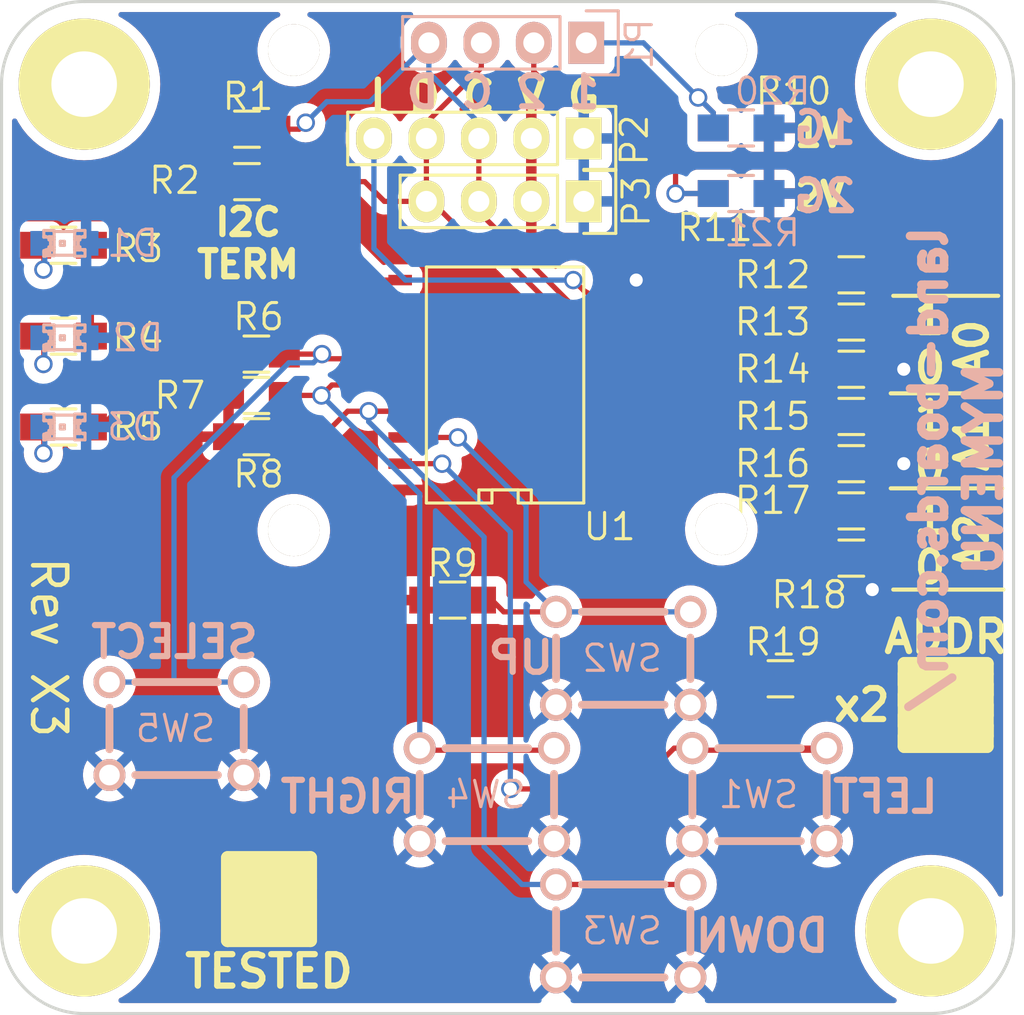
<source format=kicad_pcb>
(kicad_pcb (version 20211014) (generator pcbnew)
  (layers (0 "F.Cu" signal) (31 "B.Cu" signal) (36 "B.SilkS" user "B.Silkscreen") (37 "F.SilkS" user "F.Silkscreen") (38 "B.Mask" user) (39 "F.Mask" user) (44 "Edge.Cuts" user))
  (net 0 "")
  (net 1 "/A0")
  (net 2 "/A1")
  (net 3 "/A2")
  (net 4 "/GND")
  (net 5 "/SCL")
  (net 6 "/SDA")
  (net 7 "/VCC")
  (net 8 "Net-(D1-Pad1)")
  (net 9 "Net-(D2-Pad1)")
  (net 10 "Net-(D3-Pad1)")
  (net 11 "Net-(R12-Pad2)")
  (net 12 "Net-(R3-Pad1)")
  (net 13 "Net-(R4-Pad1)")
  (net 14 "Net-(R5-Pad1)")
  (net 15 "Net-(R6-Pad2)")
  (net 16 "Net-(R7-Pad2)")
  (net 17 "Net-(R8-Pad2)")
  (net 18 "Net-(R9-Pad2)")
  (net 19 "Net-(R19-Pad2)")
  (net 20 "Net-(P1-Pad1)")
  (net 21 "Net-(P1-Pad2)")
  (net 22 "Net-(P2-Pad5)")
  (footprint "MTG-4-40" (layer "F.Cu") (at 140 110)
    (fp_text reference "MTG4" hide)
    (fp_text value "CONN_1" hide)
    (pad "1" thru_hole circle locked (at 0 0) (size 6.35 6.35) (drill 3.175) (layers *.Cu *.Mask "F.SilkS"))
  )
  (footprint "MTG-4-40" (layer "F.Cu") (at 99 110)
    (fp_text reference "MTG3" hide)
    (fp_text value "CONN_1" hide)
    (pad "1" thru_hole circle locked (at 0 0) (size 6.35 6.35) (drill 3.175) (layers *.Cu *.Mask "F.SilkS"))
  )
  (footprint "MTG-4-40" (layer "F.Cu") (at 139 70)
    (fp_text reference "MTG2" hide)
    (fp_text value "CONN_1" hide)
    (pad "1" thru_hole circle locked (at 1 -1) (size 6.35 6.35) (drill 3.175) (layers *.Cu *.Mask "F.SilkS"))
  )
  (footprint "MTG-4-40" (layer "F.Cu") (at 99 69)
    (fp_text reference "MTG1" hide)
    (fp_text value "CONN_1" hide)
    (pad "1" thru_hole circle locked (at 0 0) (size 6.35 6.35) (drill 3.175) (layers *.Cu *.Mask "F.SilkS"))
  )
  (footprint "MTG-2.5MM" (layer "F.Cu") (at 129.85 91.55)
    (fp_text reference "MTG5" hide)
    (fp_text value "CONN_1" hide)
    (pad "1" thru_hole circle locked (at 0 -1) (size 2.5 2.5) (drill 2.49936) (layers *.Cu *.Mask "F.SilkS"))
  )
  (footprint "MTG-2.5MM" (layer "F.Cu") (at 109.15 91.6)
    (fp_text reference "MTG6" hide)
    (fp_text value "CONN_1" hide)
    (pad "1" thru_hole circle locked (at 0 -1) (size 2.5 2.5) (drill 2.49936) (layers *.Cu *.Mask "F.SilkS"))
  )
  (footprint "MTG-2.5MM" (layer "F.Cu") (at 129.85 68.55)
    (fp_text reference "MTG7" hide)
    (fp_text value "CONN_1" hide)
    (pad "1" thru_hole circle locked (at 0 -1.2) (size 2.5 2.5) (drill 2.49936) (layers *.Cu *.Mask "F.SilkS"))
  )
  (footprint "MTG-2.5MM" (layer "F.Cu") (at 109.15 68.55)
    (fp_text reference "MTG8" hide)
    (fp_text value "CONN_1" hide)
    (pad "1" thru_hole circle locked (at 0 -1.2) (size 2.5 2.5) (drill 2.49936) (layers *.Cu *.Mask "F.SilkS"))
  )
  (footprint "Resistors_SMD:R_0805_HandSoldering" (layer "F.Cu") (at 130.81 71.12 180)
    (fp_text reference "R10" (at -2.54 1.778 180) (layer "F.SilkS") (effects (font (size 1.27 1.27))))
    (fp_text value "0/OP" hide)
    (pad "1" smd rect locked (at -1.35 0 180) (size 1.5 1.3) (layers "F.Cu" "F.Mask") (net 7 "/VCC"))
    (pad "2" smd rect locked (at 1.35 0 180) (size 1.5 1.3) (layers "F.Cu" "F.Mask") (net 20 "Net-(P1-Pad1)"))
  )
  (footprint "Resistors_SMD:R_0805_HandSoldering" (layer "F.Cu") (at 130.81 74.295 180)
    (fp_text reference "R11" (at 1.27 -1.651 180) (layer "F.SilkS") (effects (font (size 1.27 1.27))))
    (fp_text value "0/OP" hide)
    (pad "1" smd rect locked (at -1.35 0 180) (size 1.5 1.3) (layers "F.Cu" "F.Mask") (net 7 "/VCC"))
    (pad "2" smd rect locked (at 1.35 0 180) (size 1.5 1.3) (layers "F.Cu" "F.Mask") (net 21 "Net-(P1-Pad2)"))
  )
  (footprint "Pin_Headers:Pin_Header_Straight_1x05" (layer "F.Cu") (at 123.19 71.628 -90)
    (fp_text reference "P2" (at 0.082 -2.45 -90) (layer "F.SilkS") (effects (font (size 1.27 1.27))))
    (fp_text value "CONN_5" hide)
    (pad "1" thru_hole rect locked (at 0 0 270) (size 2.032 1.7272) (drill 1.016) (layers *.Cu *.Mask "F.SilkS") (net 4 "/GND"))
    (pad "2" thru_hole oval locked (at 0 2.54 270) (size 2.032 1.7272) (drill 1.016) (layers *.Cu *.Mask "F.SilkS") (net 7 "/VCC"))
    (pad "3" thru_hole oval locked (at 0 5.08 270) (size 2.032 1.7272) (drill 1.016) (layers *.Cu *.Mask "F.SilkS") (net 6 "/SDA"))
    (pad "4" thru_hole oval locked (at 0 7.62 270) (size 2.032 1.7272) (drill 1.016) (layers *.Cu *.Mask "F.SilkS") (net 5 "/SCL"))
    (pad "5" thru_hole oval locked (at 0 10.16 270) (size 2.032 1.7272) (drill 1.016) (layers *.Cu *.Mask "F.SilkS") (net 22 "Net-(P2-Pad5)"))
  )
  (footprint "Resistors_SMD:R_0805_HandSoldering" (layer "F.Cu") (at 136.144 78.232 180)
    (fp_text reference "R12" (at 3.81 0 180) (layer "F.SilkS") (effects (font (size 1.27 1.27))))
    (fp_text value "10K" hide)
    (pad "1" smd rect locked (at -1.35 0 180) (size 1.5 1.3) (layers "F.Cu" "F.Mask") (net 7 "/VCC"))
    (pad "2" smd rect locked (at 1.35 0 180) (size 1.5 1.3) (layers "F.Cu" "F.Mask") (net 11 "Net-(R12-Pad2)"))
  )
  (footprint "Resistors_SMD:R_0805_HandSoldering" (layer "F.Cu") (at 136.144 80.518 180)
    (fp_text reference "R13" (at 3.81 0 180) (layer "F.SilkS") (effects (font (size 1.27 1.27))))
    (fp_text value "OPEN" hide)
    (pad "1" smd rect locked (at -1.35 0 180) (size 1.5 1.3) (layers "F.Cu" "F.Mask") (net 7 "/VCC"))
    (pad "2" smd rect locked (at 1.35 0 180) (size 1.5 1.3) (layers "F.Cu" "F.Mask") (net 1 "/A0"))
  )
  (footprint "Resistors_SMD:R_0805_HandSoldering" (layer "F.Cu") (at 136.144 85.09 180)
    (fp_text reference "R15" (at 3.81 0 180) (layer "F.SilkS") (effects (font (size 1.27 1.27))))
    (fp_text value "OPEN" hide)
    (pad "1" smd rect locked (at -1.35 0 180) (size 1.5 1.3) (layers "F.Cu" "F.Mask") (net 7 "/VCC"))
    (pad "2" smd rect locked (at 1.35 0 180) (size 1.5 1.3) (layers "F.Cu" "F.Mask") (net 2 "/A1"))
  )
  (footprint "Resistors_SMD:R_0805_HandSoldering" (layer "F.Cu") (at 136.144 89.662 180)
    (fp_text reference "R17" (at 3.81 0.508 180) (layer "F.SilkS") (effects (font (size 1.27 1.27))))
    (fp_text value "OPEN" hide)
    (pad "1" smd rect locked (at -1.35 0 180) (size 1.5 1.3) (layers "F.Cu" "F.Mask") (net 7 "/VCC"))
    (pad "2" smd rect locked (at 1.35 0 180) (size 1.5 1.3) (layers "F.Cu" "F.Mask") (net 3 "/A2"))
  )
  (footprint "Resistors_SMD:R_0805_HandSoldering" (layer "F.Cu") (at 106.884 71.18)
    (fp_text reference "R1" (at 0.05 -1.584) (layer "F.SilkS") (effects (font (size 1.27 1.27))))
    (fp_text value "2.2K" hide)
    (pad "1" smd rect locked (at -1.35 0) (size 1.5 1.3) (layers "F.Cu" "F.Mask") (net 7 "/VCC"))
    (pad "2" smd rect locked (at 1.35 0) (size 1.5 1.3) (layers "F.Cu" "F.Mask") (net 6 "/SDA"))
  )
  (footprint "Resistors_SMD:R_0805_HandSoldering" (layer "F.Cu") (at 106.884 73.72)
    (fp_text reference "R2" (at -3.506 -0.06) (layer "F.SilkS") (effects (font (size 1.27 1.27))))
    (fp_text value "2.2K" hide)
    (pad "1" smd rect locked (at -1.35 0) (size 1.5 1.3) (layers "F.Cu" "F.Mask") (net 7 "/VCC"))
    (pad "2" smd rect locked (at 1.35 0) (size 1.5 1.3) (layers "F.Cu" "F.Mask") (net 5 "/SCL"))
  )
  (footprint "Resistors_SMD:R_0805_HandSoldering" (layer "F.Cu") (at 98 85.6 180)
    (fp_text reference "R5" (at -3.6 0.002 180) (layer "F.SilkS") (effects (font (size 1.27 1.27))))
    (fp_text value "330" hide)
    (pad "1" smd rect locked (at -1.35 0 180) (size 1.5 1.3) (layers "F.Cu" "F.Mask") (net 14 "Net-(R5-Pad1)"))
    (pad "2" smd rect locked (at 1.35 0 180) (size 1.5 1.3) (layers "F.Cu" "F.Mask") (net 10 "Net-(D3-Pad1)"))
  )
  (footprint "Resistors_SMD:R_0805_HandSoldering" (layer "F.Cu") (at 98 81.2 180)
    (fp_text reference "R4" (at -3.6 -0.08 180) (layer "F.SilkS") (effects (font (size 1.27 1.27))))
    (fp_text value "330" hide)
    (pad "1" smd rect locked (at -1.35 0 180) (size 1.5 1.3) (layers "F.Cu" "F.Mask") (net 13 "Net-(R4-Pad1)"))
    (pad "2" smd rect locked (at 1.35 0 180) (size 1.5 1.3) (layers "F.Cu" "F.Mask") (net 9 "Net-(D2-Pad1)"))
  )
  (footprint "Resistors_SMD:R_0805_HandSoldering" (layer "F.Cu") (at 98 76.8 180)
    (fp_text reference "R3" (at -3.6 -0.162 180) (layer "F.SilkS") (effects (font (size 1.27 1.27))))
    (fp_text value "330" hide)
    (pad "1" smd rect locked (at -1.35 0 180) (size 1.5 1.3) (layers "F.Cu" "F.Mask") (net 12 "Net-(R3-Pad1)"))
    (pad "2" smd rect locked (at 1.35 0 180) (size 1.5 1.3) (layers "F.Cu" "F.Mask") (net 8 "Net-(D1-Pad1)"))
  )
  (footprint "Resistors_SMD:R_0805_HandSoldering" (layer "F.Cu") (at 107.34 82.07)
    (fp_text reference "R6" (at 0.102 -1.806) (layer "F.SilkS") (effects (font (size 1.27 1.27))))
    (fp_text value "10K" hide)
    (pad "1" smd rect locked (at -1.35 0) (size 1.5 1.3) (layers "F.Cu" "F.Mask") (net 7 "/VCC"))
    (pad "2" smd rect locked (at 1.35 0) (size 1.5 1.3) (layers "F.Cu" "F.Mask") (net 15 "Net-(R6-Pad2)"))
  )
  (footprint "Resistors_SMD:R_0805_HandSoldering" (layer "F.Cu") (at 107.34 84.07)
    (fp_text reference "R7" (at -3.708 0.004) (layer "F.SilkS") (effects (font (size 1.27 1.27))))
    (fp_text value "10K" hide)
    (pad "1" smd rect locked (at -1.35 0) (size 1.5 1.3) (layers "F.Cu" "F.Mask") (net 7 "/VCC"))
    (pad "2" smd rect locked (at 1.35 0) (size 1.5 1.3) (layers "F.Cu" "F.Mask") (net 16 "Net-(R7-Pad2)"))
  )
  (footprint "Resistors_SMD:R_0805_HandSoldering" (layer "F.Cu") (at 107.34 86.07)
    (fp_text reference "R8" (at 0.102 1.814) (layer "F.SilkS") (effects (font (size 1.27 1.27))))
    (fp_text value "10K" hide)
    (pad "1" smd rect locked (at -1.35 0) (size 1.5 1.3) (layers "F.Cu" "F.Mask") (net 7 "/VCC"))
    (pad "2" smd rect locked (at 1.35 0) (size 1.5 1.3) (layers "F.Cu" "F.Mask") (net 17 "Net-(R8-Pad2)"))
  )
  (footprint "Resistors_SMD:R_0805_HandSoldering" (layer "F.Cu") (at 116.84 93.98)
    (fp_text reference "R9" (at 0 -1.778) (layer "F.SilkS") (effects (font (size 1.27 1.27))))
    (fp_text value "10K" hide)
    (pad "1" smd rect locked (at -1.35 0) (size 1.5 1.3) (layers "F.Cu" "F.Mask") (net 7 "/VCC"))
    (pad "2" smd rect locked (at 1.35 0) (size 1.5 1.3) (layers "F.Cu" "F.Mask") (net 18 "Net-(R9-Pad2)"))
  )
  (footprint "Resistors_SMD:R_0805_HandSoldering" (layer "F.Cu") (at 132.715 97.79 180)
    (fp_text reference "R19" (at -0.127 1.778 180) (layer "F.SilkS") (effects (font (size 1.27 1.27))))
    (fp_text value "10K" hide)
    (pad "1" smd rect locked (at -1.35 0 180) (size 1.5 1.3) (layers "F.Cu" "F.Mask") (net 7 "/VCC"))
    (pad "2" smd rect locked (at 1.35 0 180) (size 1.5 1.3) (layers "F.Cu" "F.Mask") (net 19 "Net-(R19-Pad2)"))
  )
  (footprint "Resistors_SMD:R_0805_HandSoldering" (layer "F.Cu") (at 136.144 82.804)
    (fp_text reference "R14" (at -3.81 0) (layer "F.SilkS") (effects (font (size 1.27 1.27))))
    (fp_text value "0" hide)
    (pad "1" smd rect locked (at -1.35 0) (size 1.5 1.3) (layers "F.Cu" "F.Mask") (net 1 "/A0"))
    (pad "2" smd rect locked (at 1.35 0) (size 1.5 1.3) (layers "F.Cu" "F.Mask") (net 4 "/GND"))
  )
  (footprint "Resistors_SMD:R_0805_HandSoldering" (layer "F.Cu") (at 136.144 87.376)
    (fp_text reference "R16" (at -3.81 0) (layer "F.SilkS") (effects (font (size 1.27 1.27))))
    (fp_text value "0" hide)
    (pad "1" smd rect locked (at -1.35 0) (size 1.5 1.3) (layers "F.Cu" "F.Mask") (net 2 "/A1"))
    (pad "2" smd rect locked (at 1.35 0) (size 1.5 1.3) (layers "F.Cu" "F.Mask") (net 4 "/GND"))
  )
  (footprint "Resistors_SMD:R_0805_HandSoldering" (layer "F.Cu") (at 136.144 91.948)
    (fp_text reference "R18" (at -2.032 1.778) (layer "F.SilkS") (effects (font (size 1.27 1.27))))
    (fp_text value "0" hide)
    (pad "1" smd rect locked (at -1.35 0) (size 1.5 1.3) (layers "F.Cu" "F.Mask") (net 3 "/A2"))
    (pad "2" smd rect locked (at 1.35 0) (size 1.5 1.3) (layers "F.Cu" "F.Mask") (net 4 "/GND"))
  )
  (footprint "dougsLib:SO18W" (layer "F.Cu") (at 119.38 83.566 90)
    (fp_text reference "U1" (at -6.862 5.06 180) (layer "F.SilkS") (effects (font (size 1.27 1.27))))
    (fp_text value "MCP23008SO" hide)
    (pad "1" smd rect locked (at -5.08 5.08 90) (size 0.508 1.143) (layers "F.Cu" "F.Mask") (net 5 "/SCL"))
    (pad "2" smd rect locked (at -3.81 5.08 90) (size 0.508 1.143) (layers "F.Cu" "F.Mask") (net 6 "/SDA"))
    (pad "3" smd rect locked (at -2.54 5.08 90) (size 0.508 1.143) (layers "F.Cu" "F.Mask") (net 3 "/A2"))
    (pad "4" smd rect locked (at -1.27 5.08 90) (size 0.508 1.143) (layers "F.Cu" "F.Mask") (net 2 "/A1"))
    (pad "5" smd rect locked (at 0 5.08 90) (size 0.508 1.143) (layers "F.Cu" "F.Mask") (net 1 "/A0"))
    (pad "6" smd rect locked (at 1.27 5.08 90) (size 0.508 1.143) (layers "F.Cu" "F.Mask") (net 11 "Net-(R12-Pad2)"))
    (pad "7" smd rect locked (at 2.54 5.08 90) (size 0.508 1.143) (layers "F.Cu" "F.Mask"))
    (pad "8" smd rect locked (at 3.81 5.08 90) (size 0.508 1.143) (layers "F.Cu" "F.Mask") (net 22 "Net-(P2-Pad5)"))
    (pad "9" smd rect locked (at 5.08 5.08 90) (size 0.508 1.143) (layers "F.Cu" "F.Mask") (net 4 "/GND"))
    (pad "10" smd rect locked (at 5.08 -5.08 90) (size 0.508 1.143) (layers "F.Cu" "F.Mask") (net 12 "Net-(R3-Pad1)"))
    (pad "11" smd rect locked (at 3.81 -5.08 90) (size 0.508 1.143) (layers "F.Cu" "F.Mask") (net 13 "Net-(R4-Pad1)"))
    (pad "12" smd rect locked (at 2.54 -5.08 90) (size 0.508 1.143) (layers "F.Cu" "F.Mask") (net 14 "Net-(R5-Pad1)"))
    (pad "13" smd rect locked (at 1.27 -5.08 90) (size 0.508 1.143) (layers "F.Cu" "F.Mask") (net 15 "Net-(R6-Pad2)"))
    (pad "14" smd rect locked (at 0 -5.08 90) (size 0.508 1.143) (layers "F.Cu" "F.Mask") (net 16 "Net-(R7-Pad2)"))
    (pad "15" smd rect locked (at -1.27 -5.08 90) (size 0.508 1.143) (layers "F.Cu" "F.Mask") (net 17 "Net-(R8-Pad2)"))
    (pad "16" smd rect locked (at -2.54 -5.08 90) (size 0.508 1.143) (layers "F.Cu" "F.Mask") (net 18 "Net-(R9-Pad2)"))
    (pad "17" smd rect locked (at -3.81 -5.08 90) (size 0.508 1.143) (layers "F.Cu" "F.Mask") (net 19 "Net-(R19-Pad2)"))
    (pad "18" smd rect locked (at -5.08 -5.08 90) (size 0.508 1.143) (layers "F.Cu" "F.Mask") (net 7 "/VCC"))
  )
  (footprint "Pin_Headers:Pin_Header_Straight_1x04" (layer "F.Cu") (at 123.19 74.676 -90)
    (fp_text reference "P3" (at 0 -2.54 -90) (layer "F.SilkS") (effects (font (size 1.27 1.27))))
    (fp_text value "CONN_4" hide)
    (pad "1" thru_hole rect locked (at 0 0 270) (size 2.032 1.7272) (drill 1.016) (layers *.Cu *.Mask "F.SilkS") (net 4 "/GND"))
    (pad "2" thru_hole oval locked (at 0 2.54 270) (size 2.032 1.7272) (drill 1.016) (layers *.Cu *.Mask "F.SilkS") (net 7 "/VCC"))
    (pad "3" thru_hole oval locked (at 0 5.08 270) (size 2.032 1.7272) (drill 1.016) (layers *.Cu *.Mask "F.SilkS") (net 6 "/SDA"))
    (pad "4" thru_hole oval locked (at 0 7.62 270) (size 2.032 1.7272) (drill 1.016) (layers *.Cu *.Mask "F.SilkS") (net 5 "/SCL"))
  )
  (footprint "Resistors_SMD:R_0805_HandSoldering" (layer "B.Cu") (at 130.81 71.12)
    (fp_text reference "R20" (at 1.524 -1.778) (layer "B.SilkS") (effects (font (size 1.27 1.27)) (justify mirror)))
    (fp_text value "0/OP" hide)
    (pad "1" smd rect locked (at -1.35 0) (size 1.5 1.3) (layers "B.Cu" "B.Mask") (net 20 "Net-(P1-Pad1)"))
    (pad "2" smd rect locked (at 1.35 0) (size 1.5 1.3) (layers "B.Cu" "B.Mask") (net 4 "/GND"))
  )
  (footprint "Resistors_SMD:R_0805_HandSoldering" (layer "B.Cu") (at 130.81 74.295)
    (fp_text reference "R21" (at 1.016 1.905) (layer "B.SilkS") (effects (font (size 1.27 1.27)) (justify mirror)))
    (fp_text value "0/OP" hide)
    (pad "1" smd rect locked (at -1.35 0) (size 1.5 1.3) (layers "B.Cu" "B.Mask") (net 21 "Net-(P1-Pad2)"))
    (pad "2" smd rect locked (at 1.35 0) (size 1.5 1.3) (layers "B.Cu" "B.Mask") (net 4 "/GND"))
  )
  (footprint "Pin_Headers:Pin_Header_Straight_1x04" (layer "B.Cu") (at 123.31 67 90)
    (fp_text reference "P1" (at -0.056 2.5724 90) (layer "B.SilkS") (effects (font (size 1.27 1.27)) (justify mirror)))
    (fp_text value "CONN_4" hide)
    (pad "1" thru_hole rect locked (at 0 0 90) (size 2.032 1.7272) (drill 1.016) (layers *.Cu *.Mask "B.SilkS") (net 20 "Net-(P1-Pad1)"))
    (pad "2" thru_hole oval locked (at 0 -2.54 90) (size 2.032 1.7272) (drill 1.016) (layers *.Cu *.Mask "B.SilkS") (net 21 "Net-(P1-Pad2)"))
    (pad "3" thru_hole oval locked (at 0 -5.08 90) (size 2.032 1.7272) (drill 1.016) (layers *.Cu *.Mask "B.SilkS") (net 5 "/SCL"))
    (pad "4" thru_hole oval locked (at 0 -7.62 90) (size 2.032 1.7272) (drill 1.016) (layers *.Cu *.Mask "B.SilkS") (net 6 "/SDA"))
  )
  (footprint "dougsLib:SW-PB-6MM" (layer "B.Cu") (at 131.7 103.4 180)
    (fp_text reference "SW1" (at 0.0508 0 180) (layer "B.SilkS") (effects (font (size 1.27 1.27)) (justify mirror)))
    (fp_text value "SW_PUSH_OMRON" hide)
    (pad "1" thru_hole circle locked (at -3.2512 2.25044 180) (size 1.5494 1.5494) (drill 1.00076) (layers *.Cu *.Mask "B.SilkS") (net 19 "Net-(R19-Pad2)"))
    (pad "2" thru_hole circle locked (at 3.2512 2.25044 180) (size 1.5494 1.5494) (drill 1.00076) (layers *.Cu *.Mask "B.SilkS") (net 19 "Net-(R19-Pad2)"))
    (pad "3" thru_hole circle locked (at -3.2512 -2.25044 180) (size 1.5494 1.5494) (drill 1.00076) (layers *.Cu *.Mask "B.SilkS") (net 4 "/GND"))
    (pad "4" thru_hole circle locked (at 3.2512 -2.25044 180) (size 1.5494 1.5494) (drill 1.00076) (layers *.Cu *.Mask "B.SilkS") (net 4 "/GND"))
  )
  (footprint "dougsLib:SW-PB-6MM" (layer "B.Cu") (at 125.1 96.8 180)
    (fp_text reference "SW2" (at 0.0508 0 180) (layer "B.SilkS") (effects (font (size 1.27 1.27)) (justify mirror)))
    (fp_text value "SW_PUSH_OMRON" hide)
    (pad "1" thru_hole circle locked (at -3.2512 2.25044 180) (size 1.5494 1.5494) (drill 1.00076) (layers *.Cu *.Mask "B.SilkS") (net 18 "Net-(R9-Pad2)"))
    (pad "2" thru_hole circle locked (at 3.2512 2.25044 180) (size 1.5494 1.5494) (drill 1.00076) (layers *.Cu *.Mask "B.SilkS") (net 18 "Net-(R9-Pad2)"))
    (pad "3" thru_hole circle locked (at -3.2512 -2.25044 180) (size 1.5494 1.5494) (drill 1.00076) (layers *.Cu *.Mask "B.SilkS") (net 4 "/GND"))
    (pad "4" thru_hole circle locked (at 3.2512 -2.25044 180) (size 1.5494 1.5494) (drill 1.00076) (layers *.Cu *.Mask "B.SilkS") (net 4 "/GND"))
  )
  (footprint "dougsLib:SW-PB-6MM" (layer "B.Cu") (at 125.1 110 180)
    (fp_text reference "SW3" (at 0.0508 0 180) (layer "B.SilkS") (effects (font (size 1.27 1.27)) (justify mirror)))
    (fp_text value "SW_PUSH_OMRON" hide)
    (pad "1" thru_hole circle locked (at -3.2512 2.25044 180) (size 1.5494 1.5494) (drill 1.00076) (layers *.Cu *.Mask "B.SilkS") (net 17 "Net-(R8-Pad2)"))
    (pad "2" thru_hole circle locked (at 3.2512 2.25044 180) (size 1.5494 1.5494) (drill 1.00076) (layers *.Cu *.Mask "B.SilkS") (net 17 "Net-(R8-Pad2)"))
    (pad "3" thru_hole circle locked (at -3.2512 -2.25044 180) (size 1.5494 1.5494) (drill 1.00076) (layers *.Cu *.Mask "B.SilkS") (net 4 "/GND"))
    (pad "4" thru_hole circle locked (at 3.2512 -2.25044 180) (size 1.5494 1.5494) (drill 1.00076) (layers *.Cu *.Mask "B.SilkS") (net 4 "/GND"))
  )
  (footprint "dougsLib:SW-PB-6MM" (layer "B.Cu") (at 118.5 103.4 180)
    (fp_text reference "SW4" (at 0.0508 0 180) (layer "B.SilkS") (effects (font (size 1.27 1.27)) (justify mirror)))
    (fp_text value "SW_PUSH_OMRON" hide)
    (pad "1" thru_hole circle locked (at -3.2512 2.25044 180) (size 1.5494 1.5494) (drill 1.00076) (layers *.Cu *.Mask "B.SilkS") (net 16 "Net-(R7-Pad2)"))
    (pad "2" thru_hole circle locked (at 3.2512 2.25044 180) (size 1.5494 1.5494) (drill 1.00076) (layers *.Cu *.Mask "B.SilkS") (net 16 "Net-(R7-Pad2)"))
    (pad "3" thru_hole circle locked (at -3.2512 -2.25044 180) (size 1.5494 1.5494) (drill 1.00076) (layers *.Cu *.Mask "B.SilkS") (net 4 "/GND"))
    (pad "4" thru_hole circle locked (at 3.2512 -2.25044 180) (size 1.5494 1.5494) (drill 1.00076) (layers *.Cu *.Mask "B.SilkS") (net 4 "/GND"))
  )
  (footprint "dougsLib:SW-PB-6MM" (layer "B.Cu") (at 103.476 100.2 180)
    (fp_text reference "SW5" (at 0.0508 0 180) (layer "B.SilkS") (effects (font (size 1.27 1.27)) (justify mirror)))
    (fp_text value "SW_PUSH_OMRON" hide)
    (pad "1" thru_hole circle locked (at -3.2512 2.25044 180) (size 1.5494 1.5494) (drill 1.00076) (layers *.Cu *.Mask "B.SilkS") (net 15 "Net-(R6-Pad2)"))
    (pad "2" thru_hole circle locked (at 3.2512 2.25044 180) (size 1.5494 1.5494) (drill 1.00076) (layers *.Cu *.Mask "B.SilkS") (net 15 "Net-(R6-Pad2)"))
    (pad "3" thru_hole circle locked (at -3.2512 -2.25044 180) (size 1.5494 1.5494) (drill 1.00076) (layers *.Cu *.Mask "B.SilkS") (net 4 "/GND"))
    (pad "4" thru_hole circle locked (at 3.2512 -2.25044 180) (size 1.5494 1.5494) (drill 1.00076) (layers *.Cu *.Mask "B.SilkS") (net 4 "/GND"))
  )
  (footprint "LEDs:LED-0805" (layer "B.Cu") (at 98.044 76.708)
    (fp_text reference "D1" (at 3.302 0) (layer "B.SilkS") (effects (font (size 1.27 1.27)) (justify mirror)))
    (fp_text value "LED" hide)
    (pad "1" smd rect locked (at -1.04902 0 180) (size 1.19888 1.19888) (layers "B.Cu" "B.Mask") (net 8 "Net-(D1-Pad1)"))
    (pad "2" smd rect locked (at 1.04902 0 180) (size 1.19888 1.19888) (layers "B.Cu" "B.Mask") (net 4 "/GND"))
  )
  (footprint "LEDs:LED-0805" (layer "B.Cu") (at 98.044 81.28)
    (fp_text reference "D2" (at 3.556 0) (layer "B.SilkS") (effects (font (size 1.27 1.27)) (justify mirror)))
    (fp_text value "LED" hide)
    (pad "1" smd rect locked (at -1.04902 0 180) (size 1.19888 1.19888) (layers "B.Cu" "B.Mask") (net 9 "Net-(D2-Pad1)"))
    (pad "2" smd rect locked (at 1.04902 0 180) (size 1.19888 1.19888) (layers "B.Cu" "B.Mask") (net 4 "/GND"))
  )
  (footprint "LEDs:LED-0805" (layer "B.Cu") (at 98.044 85.598)
    (fp_text reference "D3" (at 3.302 0) (layer "B.SilkS") (effects (font (size 1.27 1.27)) (justify mirror)))
    (fp_text value "LED" hide)
    (pad "1" smd rect locked (at -1.04902 0 180) (size 1.19888 1.19888) (layers "B.Cu" "B.Mask") (net 10 "Net-(D3-Pad1)"))
    (pad "2" smd rect locked (at 1.04902 0 180) (size 1.19888 1.19888) (layers "B.Cu" "B.Mask") (net 4 "/GND"))
  )
  (footprint "DougsNewMods:TEST_BLK-REAR" (layer "B.Cu") (at 107.95 108.458)
    (fp_text reference "TESTED" (at 0 3.5) (layer "F.SilkS") (effects (font (size 1.524 1.524) (thickness 0.3048))))
    (fp_text value "VAL**" hide)
  )
  (footprint "DougsNewMods:TEST_BLK-REAR" (layer "B.Cu") (at 140.716 99.06)
    (fp_text reference "ADDR" (at 0 -3.302) (layer "F.SilkS") (effects (font (size 1.524 1.524) (thickness 0.3048))))
    (fp_text value "VAL**" hide)
  )
  (gr_line (start 138.054 88.57) (end 143.454 88.57) (layer "F.SilkS") (width 0.2))
  (gr_line (start 138.176 93.472) (end 143.51 93.472) (layer "F.SilkS") (width 0.2))
  (gr_line (start 138.176 79.248) (end 143.256 79.248) (layer "F.SilkS") (width 0.2))
  (gr_line (start 138.054 83.97) (end 143.354 83.97) (layer "F.SilkS") (width 0.2))
  (gr_arc (start 99 114) (mid 96.171573 112.828427) (end 95 110) (layer "Edge.Cuts") (width 0.15))
  (gr_arc (start 95 69) (mid 96.171573 66.171573) (end 99 65) (layer "Edge.Cuts") (width 0.15))
  (gr_arc (start 144 110) (mid 142.828427 112.828427) (end 140 114) (layer "Edge.Cuts") (width 0.15))
  (gr_line (start 99 114) (end 140 114) (layer "Edge.Cuts") (width 0.15))
  (gr_arc (start 140 65) (mid 142.828427 66.171573) (end 144 69) (layer "Edge.Cuts") (width 0.15))
  (gr_line (start 140 65) (end 99 65) (layer "Edge.Cuts") (width 0.15))
  (gr_line (start 95 69) (end 95 110) (layer "Edge.Cuts") (width 0.15))
  (gr_line (start 144 110) (end 144 69) (layer "Edge.Cuts") (width 0.15))
  (gr_text "2G" (at 134.874 74.422) (layer "B.SilkS") (effects (font (size 1.5 1.5) (thickness 0.3)) (justify mirror)))
  (gr_text "RIGHT" (at 111.76 103.505) (layer "B.SilkS") (effects (font (size 1.5 1.5) (thickness 0.3)) (justify mirror)))
  (gr_text "1G" (at 134.874 71.12) (layer "B.SilkS") (effects (font (size 1.5 1.5) (thickness 0.3)) (justify mirror)))
  (gr_text "land-boards.com/\nMYMENU" (at 141.224 87.63 90) (layer "B.SilkS") (effects (font (size 1.651 1.651) (thickness 0.41275)) (justify mirror)))
  (gr_text "UP" (at 120.142 96.774) (layer "B.SilkS") (effects (font (size 1.5 1.5) (thickness 0.3)) (justify mirror)))
  (gr_text "1 2 C D" (at 119.2784 69.3928) (layer "B.SilkS") (effects (font (size 1.5 1.5) (thickness 0.3)) (justify mirror)))
  (gr_text "DOWN" (at 131.826 110.236) (layer "B.SilkS") (effects (font (size 1.5 1.5) (thickness 0.3)) (justify mirror)))
  (gr_text "SELECT" (at 103.378 96.012) (layer "B.SilkS") (effects (font (size 1.5 1.5) (thickness 0.3)) (justify mirror)))
  (gr_text "LEFT" (at 137.795 103.505) (layer "B.SilkS") (effects (font (size 1.5 1.5) (thickness 0.3)) (justify mirror)))
  (gr_text "A2" (at 141.986 91.186 90) (layer "F.SilkS") (effects (font (size 1.5 1.5) (thickness 0.3))))
  (gr_text "Rev X3" (at 97.282 96.266 270) (layer "F.SilkS") (effects (font (size 1.651 1.651) (thickness 0.22225))))
  (gr_text "2V" (at 134.62 74.422) (layer "F.SilkS") (effects (font (size 1.27 1.27) (thickness 0.3))))
  (gr_text "I D C V G" (at 118.4 69.6) (layer "F.SilkS") (effects (font (size 1.5 1.5) (thickness 0.3))))
  (gr_text "1V" (at 134.62 71.374) (layer "F.SilkS") (effects (font (size 1.27 1.27) (thickness 0.3))))
  (gr_text "1\n0" (at 139.954 91.186) (layer "F.SilkS") (effects (font (size 1.5 1.5) (thickness 0.3))))
  (gr_text "A0" (at 141.986 81.788 90) (layer "F.SilkS") (effects (font (size 1.5 1.5) (thickness 0.3))))
  (gr_text "A1" (at 141.986 86.36 90) (layer "F.SilkS") (effects (font (size 1.5 1.5) (thickness 0.3))))
  (gr_text "1\n0" (at 139.954 81.534) (layer "F.SilkS") (effects (font (size 1.5 1.5) (thickness 0.3))))
  (gr_text "1\n0" (at 139.954 86.36) (layer "F.SilkS") (effects (font (size 1.5 1.5) (thickness 0.3))))
  (gr_text "x2" (at 136.652 99.06) (layer "F.SilkS") (effects (font (size 1.5 1.5) (thickness 0.3))))
  (gr_text "I2C\nTERM" (at 106.934 76.708) (layer "F.SilkS") (effects (font (size 1.27 1.27) (thickness 0.3))))
  (segment (start 131.572 83.566) (end 132.334 82.804) (width 0.254) (layer "F.Cu") (net 1))
  (segment (start 132.334 82.804) (end 134.794 82.804) (width 0.254) (layer "F.Cu") (net 1))
  (segment (start 131.572 83.566) (end 132.842 82.296) (width 0.254) (layer "F.Cu") (net 1))
  (segment (start 132.842 82.296) (end 132.842 81.026) (width 0.254) (layer "F.Cu") (net 1))
  (segment (start 132.842 81.026) (end 133.35 80.518) (width 0.254) (layer "F.Cu") (net 1))
  (segment (start 133.35 80.518) (end 134.794 80.518) (width 0.254) (layer "F.Cu") (net 1))
  (segment (start 124.46 83.566) (end 131.572 83.566) (width 0.254) (layer "F.Cu") (net 1))
  (segment (start 134.9415 85.34) (end 135.1915 85.09) (width 0.254) (layer "F.Cu") (net 2))
  (segment (start 132.588 84.836) (end 132.842 85.09) (width 0.254) (layer "F.Cu") (net 2))
  (segment (start 132.842 85.09) (end 134.794 85.09) (width 0.254) (layer "F.Cu") (net 2))
  (segment (start 133.604 87.376) (end 132.842 86.614) (width 0.254) (layer "F.Cu") (net 2))
  (segment (start 132.842 86.614) (end 132.842 85.09) (width 0.254) (layer "F.Cu") (net 2))
  (segment (start 134.794 87.376) (end 133.604 87.376) (width 0.254) (layer "F.Cu") (net 2))
  (segment (start 124.46 84.836) (end 132.588 84.836) (width 0.254) (layer "F.Cu") (net 2))
  (segment (start 134.366 91.948) (end 134.112 91.694) (width 0.254) (layer "F.Cu") (net 3))
  (segment (start 133.858 89.662) (end 130.302 86.106) (width 0.254) (layer "F.Cu") (net 3))
  (segment (start 130.302 86.106) (end 124.46 86.106) (width 0.254) (layer "F.Cu") (net 3))
  (segment (start 135.1915 89.662) (end 134.112 89.662) (width 0.254) (layer "F.Cu") (net 3))
  (segment (start 134.794 89.662) (end 133.858 89.662) (width 0.254) (layer "F.Cu") (net 3))
  (segment (start 135.1915 91.948) (end 134.366 91.948) (width 0.254) (layer "F.Cu") (net 3))
  (segment (start 134.794 91.948) (end 134.794 89.662) (width 0.254) (layer "F.Cu") (net 3))
  (segment (start 137.0965 93.4085) (end 137.16 93.472) (width 0.254) (layer "F.Cu") (net 4))
  (segment (start 137.494 87.376) (end 138.684 87.376) (width 0.254) (layer "F.Cu") (net 4))
  (segment (start 137.0965 91.948) (end 137.0965 93.4085) (width 0.254) (layer "F.Cu") (net 4))
  (segment (start 137.494 82.804) (end 138.684 82.804) (width 0.254) (layer "F.Cu") (net 4))
  (segment (start 124.46 78.486) (end 125.73 78.486) (width 0.254) (layer "F.Cu") (net 4))
  (via (at 125.73 78.486) (size 0.889) (drill 0.635) (layers "F.Cu" "B.Cu") (net 4))
  (via (at 138.684 82.804) (size 0.889) (drill 0.635) (layers "F.Cu" "B.Cu") (net 4))
  (via (at 137.16 93.472) (size 0.889) (drill 0.635) (layers "F.Cu" "B.Cu") (net 4))
  (via (at 138.684 87.376) (size 0.889) (drill 0.635) (layers "F.Cu" "B.Cu") (net 4))
  (segment (start 115.9256 74.676) (end 115.57 74.676) (width 0.254) (layer "F.Cu") (net 5))
  (segment (start 115.57 70.866) (end 118.23 68.206) (width 0.254) (layer "F.Cu") (net 5))
  (segment (start 118.23 68.206) (end 118.23 67) (width 0.254) (layer "F.Cu") (net 5))
  (segment (start 115.824 74.676) (end 117.602 76.454) (width 0.254) (layer "F.Cu") (net 5))
  (segment (start 113.538 74.676) (end 112.582 73.72) (width 0.254) (layer "F.Cu") (net 5))
  (segment (start 112.582 73.72) (end 108.234 73.72) (width 0.254) (layer "F.Cu") (net 5))
  (segment (start 121.919998 80.009998) (end 118.364 76.454) (width 0.254) (layer "F.Cu") (net 5))
  (segment (start 118.364 76.454) (end 117.602 76.454) (width 0.254) (layer "F.Cu") (net 5))
  (segment (start 122.936 88.646) (end 121.919998 87.629998) (width 0.254) (layer "F.Cu") (net 5))
  (segment (start 121.919998 87.629998) (end 121.919998 80.009998) (width 0.254) (layer "F.Cu") (net 5))
  (segment (start 124.46 88.646) (end 122.936 88.646) (width 0.254) (layer "F.Cu") (net 5))
  (segment (start 115.57 74.676) (end 115.6716 74.676) (width 0.254) (layer "F.Cu") (net 5))
  (segment (start 115.57 71.628) (end 115.57 70.866) (width 0.254) (layer "F.Cu") (net 5))
  (segment (start 115.57 74.676) (end 113.538 74.676) (width 0.254) (layer "F.Cu") (net 5))
  (segment (start 115.57 74.676) (end 115.824 74.676) (width 0.254) (layer "F.Cu") (net 5))
  (segment (start 115.57 74.676) (end 115.7732 74.676) (width 0.254) (layer "F.Cu") (net 5))
  (segment (start 115.57 74.676) (end 115.57 71.628) (width 0.254) (layer "F.Cu") (net 5))
  (segment (start 118.2 67.03) (end 118.23 67) (width 0.254) (layer "B.Cu") (net 5))
  (segment (start 118.11 67.12) (end 118.23 67) (width 0.254) (layer "B.Cu") (net 5))
  (segment (start 118.2 74.586) (end 118.11 74.676) (width 0.254) (layer "F.Cu") (net 6))
  (segment (start 118.11 75.438) (end 118.11 74.676) (width 0.254) (layer "F.Cu") (net 6))
  (segment (start 109.414 71.18) (end 109.728 70.866) (width 0.254) (layer "F.Cu") (net 6))
  (segment (start 122.428 79.502) (end 118.11 75.184) (width 0.254) (layer "F.Cu") (net 6))
  (segment (start 118.11 75.184) (end 118.11 74.676) (width 0.254) (layer "F.Cu") (net 6))
  (segment (start 122.936 87.376) (end 122.428 86.868) (width 0.254) (layer "F.Cu") (net 6))
  (segment (start 122.428 86.868) (end 122.428 79.502) (width 0.254) (layer "F.Cu") (net 6))
  (segment (start 118.11 74.676) (end 118.11 71.628) (width 0.254) (layer "F.Cu") (net 6))
  (segment (start 108.234 71.18) (end 109.414 71.18) (width 0.254) (layer "F.Cu") (net 6))
  (segment (start 124.46 87.376) (end 122.936 87.376) (width 0.254) (layer "F.Cu") (net 6))
  (segment (start 118.11 71.628) (end 118.11 70.7644) (width 0.254) (layer "F.Cu") (net 6))
  (segment (start 118.11 74.676) (end 118.11 75.184) (width 0.254) (layer "F.Cu") (net 6))
  (via (at 109.728 70.866) (size 0.889) (drill 0.635) (layers "F.Cu" "B.Cu") (net 6))
  (segment (start 115.66 67.03) (end 115.69 67) (width 0.254) (layer "B.Cu") (net 6))
  (segment (start 115.57 67.12) (end 115.69 67) (width 0.254) (layer "B.Cu") (net 6))
  (segment (start 118.11 70.866) (end 115.69 68.446) (width 0.254) (layer "B.Cu") (net 6))
  (segment (start 115.69 68.446) (end 115.69 67) (width 0.254) (layer "B.Cu") (net 6))
  (segment (start 109.728 70.866) (end 110.744 69.85) (width 0.254) (layer "B.Cu") (net 6))
  (segment (start 110.744 69.85) (end 112.84 69.85) (width 0.254) (layer "B.Cu") (net 6))
  (segment (start 112.84 69.85) (end 115.69 67) (width 0.254) (layer "B.Cu") (net 6))
  (segment (start 118.11 71.628) (end 118.11 70.866) (width 0.254) (layer "B.Cu") (net 6))
  (segment (start 134.065 97.79) (end 134.065 97.235) (width 0.254) (layer "F.Cu") (net 7))
  (segment (start 97.028 77.978) (end 97.0475 77.9585) (width 0.254) (layer "F.Cu") (net 8))
  (segment (start 97.0475 77.9585) (end 97.0475 76.8) (width 0.254) (layer "F.Cu") (net 8))
  (via (at 97.028 77.978) (size 0.889) (drill 0.635) (layers "F.Cu" "B.Cu") (net 8))
  (segment (start 97.0915 77.9145) (end 97.028 77.978) (width 0.254) (layer "B.Cu") (net 8))
  (segment (start 97.0915 76.708) (end 97.0915 77.9145) (width 0.254) (layer "B.Cu") (net 8))
  (segment (start 97.0475 82.5305) (end 97.028 82.55) (width 0.254) (layer "F.Cu") (net 9))
  (segment (start 97.0475 81.2) (end 97.0475 82.5305) (width 0.254) (layer "F.Cu") (net 9))
  (via (at 97.028 82.55) (size 0.889) (drill 0.635) (layers "F.Cu" "B.Cu") (net 9))
  (segment (start 97.028 82.55) (end 97.0915 82.4865) (width 0.254) (layer "B.Cu") (net 9))
  (segment (start 97.0915 82.4865) (end 97.0915 81.28) (width 0.254) (layer "B.Cu") (net 9))
  (segment (start 97.028 86.868) (end 97.0475 86.8485) (width 0.254) (layer "F.Cu") (net 10))
  (segment (start 97.0475 86.8485) (end 97.0475 85.6) (width 0.254) (layer "F.Cu") (net 10))
  (via (at 97.028 86.868) (size 0.889) (drill 0.635) (layers "F.Cu" "B.Cu") (net 10))
  (segment (start 97.0915 86.8045) (end 97.028 86.868) (width 0.254) (layer "B.Cu") (net 10))
  (segment (start 97.0915 85.598) (end 97.0915 86.8045) (width 0.254) (layer "B.Cu") (net 10))
  (segment (start 129.032 82.296) (end 133.096 78.232) (width 0.254) (layer "F.Cu") (net 11))
  (segment (start 133.096 78.232) (end 134.794 78.232) (width 0.254) (layer "F.Cu") (net 11))
  (segment (start 124.46 82.296) (end 129.032 82.296) (width 0.254) (layer "F.Cu") (net 11))
  (segment (start 113.284 78.486) (end 111.598 76.8) (width 0.254) (layer "F.Cu") (net 12))
  (segment (start 111.598 76.8) (end 99.35 76.8) (width 0.254) (layer "F.Cu") (net 12))
  (segment (start 114.3 78.486) (end 113.284 78.486) (width 0.254) (layer "F.Cu") (net 12))
  (segment (start 100 81.2) (end 98.9525 81.2) (width 0.254) (layer "F.Cu") (net 13))
  (segment (start 113.538 79.756) (end 112.014 78.232) (width 0.254) (layer "F.Cu") (net 13))
  (segment (start 112.014 78.232) (end 100.584 78.232) (width 0.254) (layer "F.Cu") (net 13))
  (segment (start 100.584 78.232) (end 99.35 79.466) (width 0.254) (layer "F.Cu") (net 13))
  (segment (start 99.35 79.466) (end 99.35 81.2) (width 0.254) (layer "F.Cu") (net 13))
  (segment (start 114.3 79.756) (end 113.538 79.756) (width 0.254) (layer "F.Cu") (net 13))
  (segment (start 99.8 85.6) (end 101.4 84) (width 0.254) (layer "F.Cu") (net 14))
  (segment (start 101.4 80.6) (end 101.4 84) (width 0.254) (layer "F.Cu") (net 14))
  (segment (start 113.284 81.026) (end 112.014 79.756) (width 0.254) (layer "F.Cu") (net 14))
  (segment (start 112.014 79.756) (end 102.162424 79.756) (width 0.254) (layer "F.Cu") (net 14))
  (segment (start 102.162424 79.756) (end 101.359212 80.559212) (width 0.254) (layer "F.Cu") (net 14))
  (segment (start 101.359212 80.559212) (end 101.359212 80.640788) (width 0.254) (layer "F.Cu") (net 14))
  (segment (start 101.359212 80.640788) (end 101.4 80.6) (width 0.254) (layer "F.Cu") (net 14))
  (segment (start 100.074 85.6) (end 99.35 85.6) (width 0.254) (layer "F.Cu") (net 14))
  (segment (start 98.9525 85.6) (end 99.8 85.6) (width 0.254) (layer "F.Cu") (net 14))
  (segment (start 114.3 81.026) (end 113.284 81.026) (width 0.254) (layer "F.Cu") (net 14))
  (segment (start 110.744 82.296) (end 110.518 82.07) (width 0.254) (layer "F.Cu") (net 15))
  (segment (start 110.744 82.296) (end 110.518 82.07) (width 0.254) (layer "F.Cu") (net 15))
  (segment (start 110.518 82.07) (end 108.69 82.07) (width 0.254) (layer "F.Cu") (net 15))
  (segment (start 114.3 82.296) (end 110.744 82.296) (width 0.254) (layer "F.Cu") (net 15))
  (via (at 110.518 82.07) (size 0.889) (drill 0.635) (layers "F.Cu" "B.Cu") (net 15))
  (segment (start 103.35 97.94956) (end 106.7272 97.94956) (width 0.254) (layer "B.Cu") (net 15))
  (segment (start 103.35 88.05) (end 108.908 82.492) (width 0.254) (layer "B.Cu") (net 15))
  (segment (start 110.518 82.07) (end 110.096 82.492) (width 0.254) (layer "B.Cu") (net 15))
  (segment (start 110.096 82.492) (end 108.908 82.492) (width 0.254) (layer "B.Cu") (net 15))
  (segment (start 100.2248 97.94956) (end 103.35 97.94956) (width 0.254) (layer "B.Cu") (net 15))
  (segment (start 103.35 97.94956) (end 103.35 88.05) (width 0.254) (layer "B.Cu") (net 15))
  (segment (start 110.486 84.07) (end 110.49 84.074) (width 0.254) (layer "F.Cu") (net 16))
  (segment (start 110.998 83.566) (end 110.49 84.074) (width 0.254) (layer "F.Cu") (net 16))
  (segment (start 115.3488 101.24956) (end 121.8512 101.24956) (width 0.254) (layer "F.Cu") (net 16))
  (segment (start 114.3 83.566) (end 110.998 83.566) (width 0.254) (layer "F.Cu") (net 16))
  (segment (start 108.69 84.07) (end 110.486 84.07) (width 0.254) (layer "F.Cu") (net 16))
  (via (at 110.49 84.074) (size 0.889) (drill 0.635) (layers "F.Cu" "B.Cu") (net 16))
  (segment (start 110.49 84.074) (end 115.2488 88.8328) (width 0.254) (layer "B.Cu") (net 16))
  (segment (start 115.2488 88.8328) (end 115.2488 101.14956) (width 0.254) (layer "B.Cu") (net 16))
  (segment (start 111.76 84.836) (end 110.526 86.07) (width 0.254) (layer "F.Cu") (net 17))
  (segment (start 110.526 86.07) (end 108.69 86.07) (width 0.254) (layer "F.Cu") (net 17))
  (segment (start 121.8488 107.74956) (end 128.3512 107.74956) (width 0.254) (layer "F.Cu") (net 17))
  (segment (start 114.3 84.836) (end 112.776 84.836) (width 0.254) (layer "F.Cu") (net 17))
  (segment (start 114.3 84.836) (end 111.76 84.836) (width 0.254) (layer "F.Cu") (net 17))
  (via (at 112.776 84.836) (size 0.889) (drill 0.635) (layers "F.Cu" "B.Cu") (net 17))
  (segment (start 120.19556 107.74956) (end 118.364 105.918) (width 0.254) (layer "B.Cu") (net 17))
  (segment (start 112.776 85.344) (end 118.364 90.932) (width 0.254) (layer "B.Cu") (net 17))
  (segment (start 118.364 90.932) (end 118.364 105.918) (width 0.254) (layer "B.Cu") (net 17))
  (segment (start 121.8488 107.74956) (end 120.19556 107.74956) (width 0.254) (layer "B.Cu") (net 17))
  (segment (start 112.776 84.836) (end 112.776 85.344) (width 0.254) (layer "B.Cu") (net 17))
  (segment (start 118.745 93.98) (end 119.31456 94.54956) (width 0.254) (layer "F.Cu") (net 18))
  (segment (start 119.31456 94.54956) (end 121.8488 94.54956) (width 0.254) (layer "F.Cu") (net 18))
  (segment (start 117.7925 93.98) (end 118.745 93.98) (width 0.254) (layer "F.Cu") (net 18))
  (segment (start 114.3 86.106) (end 117.094 86.106) (width 0.254) (layer "F.Cu") (net 18))
  (via (at 117.094 86.106) (size 0.889) (drill 0.635) (layers "F.Cu" "B.Cu") (net 18))
  (segment (start 117.094 86.106) (end 120.396 89.408) (width 0.254) (layer "B.Cu") (net 18))
  (segment (start 120.396 89.408) (end 120.396 93.09676) (width 0.254) (layer "B.Cu") (net 18))
  (segment (start 120.396 93.09676) (end 121.8488 94.54956) (width 0.254) (layer "B.Cu") (net 18))
  (segment (start 121.8488 94.54956) (end 128.3512 94.54956) (width 0.254) (layer "B.Cu") (net 18))
  (segment (start 121.8488 94.54956) (end 121.8488 93.9088) (width 0.254) (layer "B.Cu") (net 18))
  (segment (start 131.7625 100.0125) (end 132.89956 101.14956) (width 0.254) (layer "F.Cu") (net 19))
  (segment (start 132.89956 101.14956) (end 134.9512 101.14956) (width 0.254) (layer "F.Cu") (net 19))
  (segment (start 127.56556 101.14956) (end 125.59112 103.124) (width 0.254) (layer "F.Cu") (net 19))
  (segment (start 125.59112 103.124) (end 119.634 103.124) (width 0.254) (layer "F.Cu") (net 19))
  (segment (start 131.7625 97.79) (end 131.7625 100.0125) (width 0.254) (layer "F.Cu") (net 19))
  (segment (start 114.3 87.376) (end 116.332 87.376) (width 0.254) (layer "F.Cu") (net 19))
  (segment (start 128.3488 101.24956) (end 134.8512 101.24956) (width 0.254) (layer "F.Cu") (net 19))
  (segment (start 128.4488 101.14956) (end 127.56556 101.14956) (width 0.254) (layer "F.Cu") (net 19))
  (via (at 116.332 87.376) (size 0.889) (drill 0.635) (layers "F.Cu" "B.Cu") (net 19))
  (via (at 119.634 103.124) (size 0.889) (drill 0.635) (layers "F.Cu" "B.Cu") (net 19))
  (segment (start 116.332 87.376) (end 119.634 90.678) (width 0.254) (layer "B.Cu") (net 19))
  (segment (start 119.634 90.678) (end 119.634 103.124) (width 0.254) (layer "B.Cu") (net 19))
  (segment (start 129.46 70.3796) (end 128.7272 69.6468) (width 0.254) (layer "F.Cu") (net 20))
  (segment (start 129.46 71.12) (end 129.46 70.3796) (width 0.254) (layer "F.Cu") (net 20))
  (via (at 128.7272 69.6468) (size 0.889) (drill 0.635) (layers "F.Cu" "B.Cu") (net 20))
  (segment (start 128.7272 69.6468) (end 126.0804 67) (width 0.254) (layer "B.Cu") (net 20))
  (segment (start 126.0804 67) (end 123.31 67) (width 0.254) (layer "B.Cu") (net 20))
  (segment (start 129.46 70.3796) (end 128.7272 69.6468) (width 0.254) (layer "B.Cu") (net 20))
  (segment (start 129.46 71.12) (end 129.46 70.3796) (width 0.254) (layer "B.Cu") (net 20))
  (segment (start 127.635 74.295) (end 129.46 74.295) (width 0.254) (layer "F.Cu") (net 21))
  (segment (start 120.77 68.3952) (end 121.2596 68.8848) (width 0.254) (layer "F.Cu") (net 21))
  (segment (start 121.2596 68.8848) (end 126.3904 68.8848) (width 0.254) (layer "F.Cu") (net 21))
  (segment (start 126.3904 68.8848) (end 127.635 70.1294) (width 0.254) (layer "F.Cu") (net 21))
  (segment (start 127.635 70.1294) (end 127.635 74.295) (width 0.254) (layer "F.Cu") (net 21))
  (segment (start 120.77 67) (end 120.77 68.3952) (width 0.254) (layer "F.Cu") (net 21))
  (via (at 127.635 74.295) (size 0.889) (drill 0.635) (layers "F.Cu" "B.Cu") (net 21))
  (segment (start 129.46 74.295) (end 127.635 74.295) (width 0.254) (layer "B.Cu") (net 21))
  (segment (start 122.682 78.486) (end 123.186 78.99) (width 0.254) (layer "F.Cu") (net 22))
  (segment (start 123.186 78.99) (end 124.46 79.756) (width 0.254) (layer "F.Cu") (net 22))
  (via (at 122.682 78.486) (size 0.889) (drill 0.635) (layers "F.Cu" "B.Cu") (net 22))
  (segment (start 113.03 76.962) (end 114.554 78.486) (width 0.254) (layer "B.Cu") (net 22))
  (segment (start 114.554 78.486) (end 122.682 78.486) (width 0.254) (layer "B.Cu") (net 22))
  (segment (start 113.03 71.628) (end 113.03 76.962) (width 0.254) (layer "B.Cu") (net 22))
  (zone (net 7) (net_name "/VCC") (layer "F.Cu") (connect_pads (clearance 0.508)) (min_thickness 0.254) (fill yes (thermal_gap 0.508) (thermal_bridge_width 0.508))
    (polygon (pts (xy 99.508 65) (xy 140.508 65) (xy 144.508 70) (xy 144.508 110) (xy 139.508 114) (xy 100.508 114) (xy 95.508 108) (xy 95.508 69)))
  )
  (zone (net 4) (net_name "/GND") (layer "B.Cu") (connect_pads (clearance 0.508)) (min_thickness 0.254) (fill yes (thermal_gap 0.508) (thermal_bridge_width 0.508))
    (polygon (pts (xy 99.508 65) (xy 140.508 65) (xy 144.508 70) (xy 144.508 110) (xy 138.508 114) (xy 100.508 114) (xy 95.508 108) (xy 95.508 69)))
  )
)
</source>
